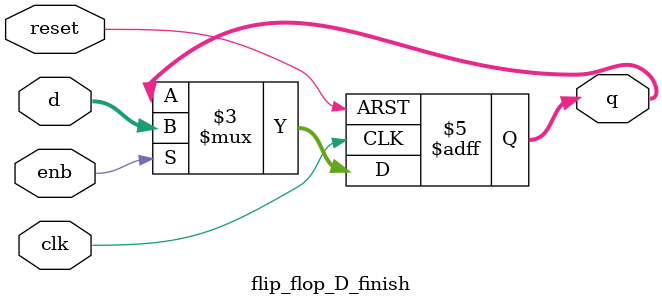
<source format=sv>
module flip_flop_D_finish	
	#(parameter N = 4)
	(input logic clk, reset, enb, input logic [N-1:0] d, output logic [N-1:0] q);
	
	always_ff @(posedge clk, posedge reset)
		begin
		if (reset) q <= 'b0;
		else 
			begin
			if (enb) q <= d;
			else q <= q;
			end		
		end

endmodule
</source>
